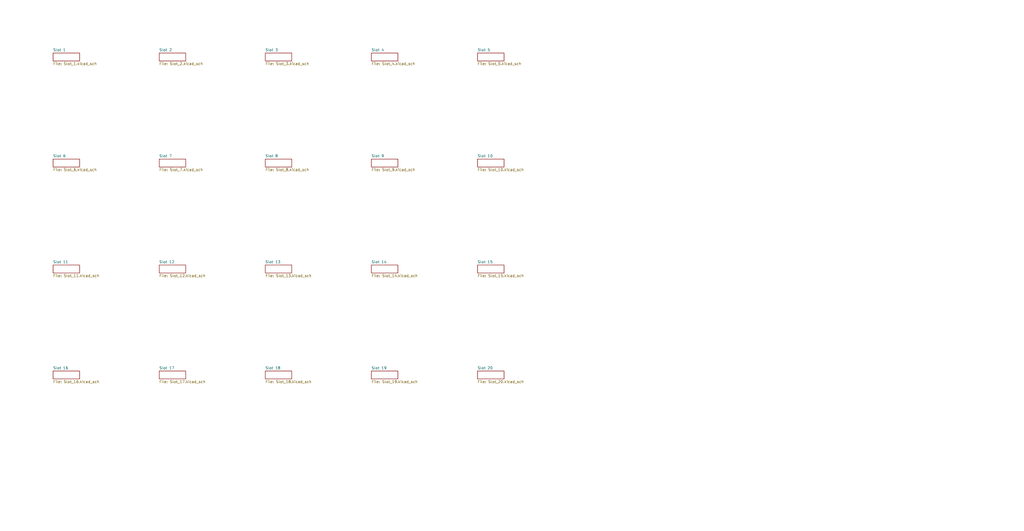
<source format=kicad_sch>
(kicad_sch (version 20211123) (generator eeschema)
  (paper "User" 490.22 254.406)
  (lib_symbols)
  (sheet (at 177.8 127) (size 12.7 3.81)
    (property "Sheet name" "Slot 14" (at 177.8 126.2884 0) (effects (justify left bottom)))
    (property "Sheet file" "Slot_14.kicad_sch" (at 177.8 131.3946 0) (effects (justify left top)))
  )
  (sheet (at 76.2 25.4) (size 12.7 3.81)
    (property "Sheet name" "Slot 2" (at 76.2 24.6884 0) (effects (justify left bottom)))
    (property "Sheet file" "Slot_2.kicad_sch" (at 76.2 29.7946 0) (effects (justify left top)))
  )
  (sheet (at 127 25.4) (size 12.7 3.81)
    (property "Sheet name" "Slot 3" (at 127 24.6884 0) (effects (justify left bottom)))
    (property "Sheet file" "Slot_3.kicad_sch" (at 127 29.7946 0) (effects (justify left top)))
  )
  (sheet (at 177.8 25.4) (size 12.7 3.81)
    (property "Sheet name" "Slot 4" (at 177.8 24.6884 0) (effects (justify left bottom)))
    (property "Sheet file" "Slot_4.kicad_sch" (at 177.8 29.7946 0) (effects (justify left top)))
  )
  (sheet (at 25.4 76.2) (size 12.7 3.81)
    (property "Sheet name" "Slot 6" (at 25.4 75.4884 0) (effects (justify left bottom)))
    (property "Sheet file" "Slot_6.kicad_sch" (at 25.4 80.5946 0) (effects (justify left top)))
  )
  (sheet (at 228.6 76.2) (size 12.7 3.81)
    (property "Sheet name" "Slot 10" (at 228.6 75.4884 0) (effects (justify left bottom)))
    (property "Sheet file" "Slot_10.kicad_sch" (at 228.6 80.5946 0) (effects (justify left top)))
  )
  (sheet (at 127 76.2) (size 12.7 3.81)
    (property "Sheet name" "Slot 8" (at 127 75.4884 0) (effects (justify left bottom)))
    (property "Sheet file" "Slot_8.kicad_sch" (at 127 80.5946 0) (effects (justify left top)))
  )
  (sheet (at 127 127) (size 12.7 3.81)
    (property "Sheet name" "Slot 13" (at 127 126.2884 0) (effects (justify left bottom)))
    (property "Sheet file" "Slot_13.kicad_sch" (at 127 131.3946 0) (effects (justify left top)))
  )
  (sheet (at 228.6 177.8) (size 12.7 3.81)
    (property "Sheet name" "Slot 20" (at 228.6 177.0884 0) (effects (justify left bottom)))
    (property "Sheet file" "Slot_20.kicad_sch" (at 228.6 182.1946 0) (effects (justify left top)))
  )
  (sheet (at 76.2 177.8) (size 12.7 3.81)
    (property "Sheet name" "Slot 17" (at 76.2 177.0884 0) (effects (justify left bottom)))
    (property "Sheet file" "Slot_17.kicad_sch" (at 76.2 182.1946 0) (effects (justify left top)))
  )
  (sheet (at 127 177.8) (size 12.7 3.81)
    (property "Sheet name" "Slot 18" (at 127 177.0884 0) (effects (justify left bottom)))
    (property "Sheet file" "Slot_18.kicad_sch" (at 127 182.1946 0) (effects (justify left top)))
  )
  (sheet (at 177.8 177.8) (size 12.7 3.81)
    (property "Sheet name" "Slot 19" (at 177.8 177.0884 0) (effects (justify left bottom)))
    (property "Sheet file" "Slot_19.kicad_sch" (at 177.8 182.1946 0) (effects (justify left top)))
  )
  (sheet (at 25.4 25.4) (size 12.7 3.81)
    (property "Sheet name" "Slot 1" (at 25.4 24.6884 0) (effects (justify left bottom)))
    (property "Sheet file" "Slot_1.kicad_sch" (at 25.4 29.7946 0) (effects (justify left top)))
  )
  (sheet (at 228.6 25.4) (size 12.7 3.81)
    (property "Sheet name" "Slot 5" (at 228.6 24.6884 0) (effects (justify left bottom)))
    (property "Sheet file" "Slot_5.kicad_sch" (at 228.6 29.7946 0) (effects (justify left top)))
  )
  (sheet (at 25.4 177.8) (size 12.7 3.81)
    (property "Sheet name" "Slot 16" (at 25.4 177.0884 0) (effects (justify left bottom)))
    (property "Sheet file" "Slot_16.kicad_sch" (at 25.4 182.1946 0) (effects (justify left top)))
  )
  (sheet (at 228.6 127) (size 12.7 3.81)
    (property "Sheet name" "Slot 15" (at 228.6 126.2884 0) (effects (justify left bottom)))
    (property "Sheet file" "Slot_15.kicad_sch" (at 228.6 131.3946 0) (effects (justify left top)))
  )
  (sheet (at 25.4 127) (size 12.7 3.81)
    (property "Sheet name" "Slot 11" (at 25.4 126.2884 0) (effects (justify left bottom)))
    (property "Sheet file" "Slot_11.kicad_sch" (at 25.4 131.3946 0) (effects (justify left top)))
  )
  (sheet (at 177.8 76.2) (size 12.7 3.81)
    (property "Sheet name" "Slot 9" (at 177.8 75.4884 0) (effects (justify left bottom)))
    (property "Sheet file" "Slot_9.kicad_sch" (at 177.8 80.5946 0) (effects (justify left top)))
  )
  (sheet (at 76.2 76.2) (size 12.7 3.81)
    (property "Sheet name" "Slot 7" (at 76.2 75.4884 0) (effects (justify left bottom)))
    (property "Sheet file" "Slot_7.kicad_sch" (at 76.2 80.5946 0) (effects (justify left top)))
  )
  (sheet (at 76.2 127) (size 12.7 3.81)
    (property "Sheet name" "Slot 12" (at 76.2 126.2884 0) (effects (justify left bottom)))
    (property "Sheet file" "Slot_12.kicad_sch" (at 76.2 131.3946 0) (effects (justify left top)))
  )
)
</source>
